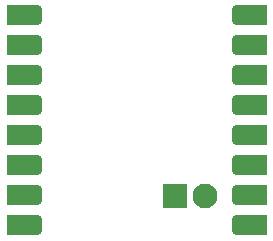
<source format=gbr>
%TF.GenerationSoftware,KiCad,Pcbnew,7.0.2-0*%
%TF.CreationDate,2023-05-31T14:29:31-07:00*%
%TF.ProjectId,SolaraCell,536f6c61-7261-4436-956c-6c2e6b696361,rev?*%
%TF.SameCoordinates,Original*%
%TF.FileFunction,Soldermask,Bot*%
%TF.FilePolarity,Negative*%
%FSLAX46Y46*%
G04 Gerber Fmt 4.6, Leading zero omitted, Abs format (unit mm)*
G04 Created by KiCad (PCBNEW 7.0.2-0) date 2023-05-31 14:29:31*
%MOMM*%
%LPD*%
G01*
G04 APERTURE LIST*
G04 Aperture macros list*
%AMFreePoly0*
4,1,15,-0.850000,0.850000,0.850000,0.850000,0.850000,-0.425000,0.829199,-0.556332,0.768832,-0.674809,0.674809,-0.768832,0.556332,-0.829199,0.425000,-0.850000,-0.425000,-0.850000,-0.556332,-0.829199,-0.674809,-0.768832,-0.768832,-0.674809,-0.829199,-0.556332,-0.850000,-0.425000,-0.850000,0.850000,-0.850000,0.850000,$1*%
G04 Aperture macros list end*
%ADD10R,1.700000X1.700000*%
%ADD11FreePoly0,270.000000*%
%ADD12FreePoly0,90.000000*%
%ADD13R,2.100000X2.100000*%
%ADD14C,2.100000*%
G04 APERTURE END LIST*
D10*
%TO.C,REF\u002A\u002A*%
X139700000Y-68580000D03*
D11*
X138430000Y-68580000D03*
%TD*%
D10*
%TO.C,REF\u002A\u002A*%
X139700000Y-76200000D03*
D11*
X138430000Y-76200000D03*
%TD*%
D10*
%TO.C,REF\u002A\u002A*%
X119380000Y-78740000D03*
D12*
X120650000Y-78740000D03*
%TD*%
D10*
%TO.C,REF\u002A\u002A*%
X119380000Y-76200000D03*
D12*
X120650000Y-76200000D03*
%TD*%
D10*
%TO.C,J6*%
X139700000Y-78740000D03*
D11*
X138430000Y-78740000D03*
%TD*%
D10*
%TO.C,REF\u002A\u002A*%
X119380000Y-73660000D03*
D12*
X120650000Y-73660000D03*
%TD*%
D10*
%TO.C,J7*%
X119380000Y-66040000D03*
D12*
X120650000Y-66040000D03*
%TD*%
D10*
%TO.C,REF\u002A\u002A*%
X139700000Y-66040000D03*
D11*
X138430000Y-66040000D03*
%TD*%
D13*
%TO.C,J1*%
X132811970Y-76285747D03*
D14*
X135351970Y-76285747D03*
%TD*%
D10*
%TO.C,REF\u002A\u002A*%
X139700000Y-71120000D03*
D11*
X138430000Y-71120000D03*
%TD*%
D10*
%TO.C,J14*%
X119380000Y-60960000D03*
D12*
X120650000Y-60960000D03*
%TD*%
D10*
%TO.C,J3*%
X139700000Y-73660000D03*
D11*
X138430000Y-73660000D03*
%TD*%
D10*
%TO.C,REF\u002A\u002A*%
X119380000Y-63500000D03*
D12*
X120650000Y-63500000D03*
%TD*%
D10*
%TO.C,REF\u002A\u002A*%
X139700000Y-63500000D03*
D11*
X138430000Y-63500000D03*
%TD*%
D10*
%TO.C,J4*%
X119380000Y-68580000D03*
D12*
X120650000Y-68580000D03*
%TD*%
D10*
%TO.C,REF\u002A\u002A*%
X119380000Y-71120000D03*
D12*
X120650000Y-71120000D03*
%TD*%
D10*
%TO.C,J5*%
X139700000Y-60960000D03*
D11*
X138430000Y-60960000D03*
%TD*%
M02*

</source>
